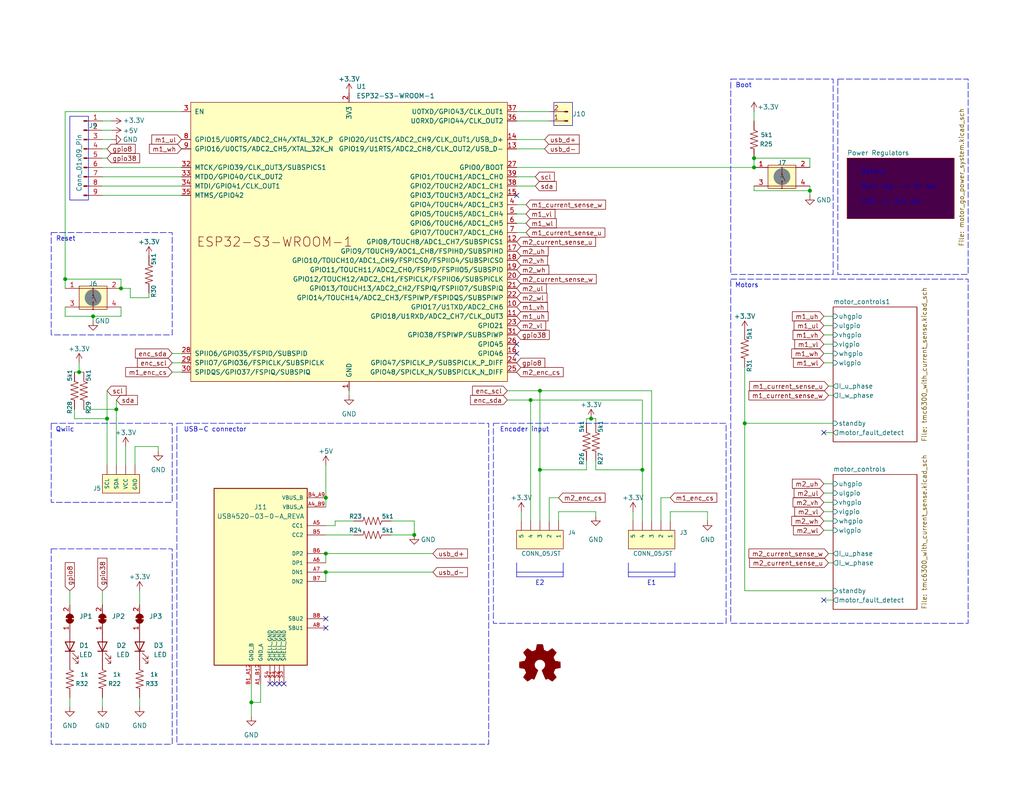
<source format=kicad_sch>
(kicad_sch (version 20230121) (generator eeschema)
  (paper "USLetter")
  (title_block (title "miniMotorGo") (date "2023-05-01") (rev "1.1") (company "12 Robot Project"))
  (lib_symbols
    (symbol "Connector:Conn_01x02_Pin" (pin_names (offset 1.016) hide)
      (property "Reference" "J" (at 0 2.54 0))
      (property "Value" "Conn_01x02_Pin" (at 0 -5.08 0))
      (symbol "Conn_01x02_Pin_1_1"
        (pin passive line (at 5.08 0 180) (length 3.81) (name "Pin_1") (number "1"))
        (pin passive line (at 5.08 -2.54 180) (length 3.81) (name "Pin_2") (number "2"))
      )
    )
    (symbol "Connector:Conn_01x09_Pin" (pin_names (offset 1.016) hide)
      (property "Reference" "J" (at 0 12.7 0))
      (property "Value" "Conn_01x09_Pin" (at 0 -12.7 0))
      (symbol "Conn_01x09_Pin_1_1"
        (pin passive line (at 5.08 10.16 180) (length 3.81) (name "Pin_1") (number "1"))
        (pin passive line (at 5.08 7.62 180) (length 3.81) (name "Pin_2") (number "2"))
        (pin passive line (at 5.08 5.08 180) (length 3.81) (name "Pin_3") (number "3"))
        (pin passive line (at 5.08 2.54 180) (length 3.81) (name "Pin_4") (number "4"))
        (pin passive line (at 5.08 0 180) (length 3.81) (name "Pin_5") (number "5"))
        (pin passive line (at 5.08 -2.54 180) (length 3.81) (name "Pin_6") (number "6"))
        (pin passive line (at 5.08 -5.08 180) (length 3.81) (name "Pin_7") (number "7"))
        (pin passive line (at 5.08 -7.62 180) (length 3.81) (name "Pin_8") (number "8"))
        (pin passive line (at 5.08 -10.16 180) (length 3.81) (name "Pin_9") (number "9"))
      )
    )
    (symbol "Device:LED" (pin_numbers hide) (pin_names (offset 1.016) hide)
      (property "Reference" "D" (at 0 2.54 0))
      (property "Value" "LED" (at 0 -2.54 0))
      (symbol "LED_1_1"
        (pin passive line (at -3.81 0 0) (length 2.54) (name "K") (number "1"))
        (pin passive line (at 3.81 0 180) (length 2.54) (name "A") (number "2"))
      )
    )
    (symbol "Graphic:Logo_Open_Hardware_Small" (in_bom no) (on_board no))
    (symbol "Jumper:SolderJumper_2_Bridged" (pin_names (offset 0) hide)
      (property "Reference" "JP" (at 0 2.032 0))
      (property "Value" "SolderJumper_2_Bridged" (at 0 -2.54 0))
      (symbol "SolderJumper_2_Bridged_1_1"
        (pin passive line (at -3.81 0 0) (length 2.54) (name "A") (number "1"))
        (pin passive line (at 3.81 0 180) (length 2.54) (name "B") (number "2"))
      )
    )
    (symbol "USB4520-03-0-A_REVA:USB4520-03-0-A_REVA" (pin_names (offset 1.016))
      (property "Reference" "J11" (at 0 19.05 0))
      (property "Value" "USB4520-03-0-A_REVA" (at 0 16.51 0))
      (symbol "USB4520-03-0-A_REVA_0_0"
        (pin power_in line (at 0 -29.21 90) (length 5.08) (name "GND_A") (number "A1_B12"))
        (pin power_in line (at 17.78 19.05 180) (length 5.08) (name "VBUS_A") (number "A4_B9"))
        (pin bidirectional line (at 17.78 13.97 180) (length 5.08) (name "CC1") (number "A5"))
        (pin bidirectional line (at 17.78 3.81 180) (length 5.08) (name "DP1") (number "A6"))
        (pin bidirectional line (at 17.78 1.27 180) (length 5.08) (name "DN1") (number "A7"))
        (pin bidirectional line (at 17.78 -13.97 180) (length 5.08) (name "SBU1") (number "A8"))
        (pin power_in line (at -2.54 -29.21 90) (length 5.08) (name "GND_B") (number "B1_A12"))
        (pin power_in line (at 17.78 21.59 180) (length 5.08) (name "VBUS_B") (number "B4_A9"))
        (pin bidirectional line (at 17.78 11.43 180) (length 5.08) (name "CC2") (number "B5"))
        (pin bidirectional line (at 17.78 6.35 180) (length 5.08) (name "DP2") (number "B6"))
        (pin bidirectional line (at 17.78 -1.27 180) (length 5.08) (name "DN2") (number "B7"))
        (pin bidirectional line (at 17.78 -11.43 180) (length 5.08) (name "SBU2") (number "B8"))
        (pin power_in line (at 3.81 -29.21 90) (length 5.08) (name "SHELL_GND") (number "S1"))
        (pin power_in line (at 5.08 -29.21 90) (length 5.08) (name "SHELL_GND") (number "S2"))
        (pin power_in line (at 6.35 -29.21 90) (length 5.08) (name "SHELL_GND") (number "S3"))
        (pin power_in line (at 2.54 -29.21 90) (length 5.08) (name "SHELL_GND") (number "S4"))
      )
    )
    (symbol "espressif_github:ESP32-S3-WROOM-1" (pin_names (offset 1.016))
      (property "Reference" "U" (at -43.18 43.18 0))
      (property "Value" "ESP32-S3-WROOM-1" (at -43.18 40.64 0))
      (symbol "ESP32-S3-WROOM-1_0_0"
        (text "ESP32-S3-WROOM-1" (at -20.32 0 0) (effects (font (size 2.54 2.54))))
        (pin power_in line (at 0 -40.64 90) (length 2.54) (name "GND") (number "1"))
        (pin bidirectional line (at 45.72 -17.78 180) (length 2.54) (name "GPIO17/U1TXD/ADC2_CH6") (number "10"))
        (pin bidirectional line (at 45.72 -20.32 180) (length 2.54) (name "GPIO18/U1RXD/ADC2_CH7/CLK_OUT3") (number "11"))
        (pin bidirectional line (at 45.72 0 180) (length 2.54) (name "GPIO8/TOUCH8/ADC1_CH7/SUBSPICS1") (number "12"))
        (pin bidirectional line (at 45.72 25.4 180) (length 2.54) (name "GPIO19/U1RTS/ADC2_CH8/CLK_OUT2/USB_D-") (number "13"))
        (pin bidirectional line (at 45.72 27.94 180) (length 2.54) (name "GPIO20/U1CTS/ADC2_CH9/CLK_OUT1/USB_D+") (number "14"))
        (pin bidirectional line (at 45.72 12.7 180) (length 2.54) (name "GPIO3/TOUCH3/ADC1_CH2") (number "15"))
        (pin bidirectional line (at 45.72 -30.48 180) (length 2.54) (name "GPIO46") (number "16"))
        (pin bidirectional line (at 45.72 -2.54 180) (length 2.54) (name "GPIO9/TOUCH9/ADC1_CH8/FSPIHD/SUBSPIHD") (number "17"))
        (pin bidirectional line (at 45.72 -5.08 180) (length 2.54) (name "GPIO10/TOUCH10/ADC1_CH9/FSPICS0/FSPIIO4/SUBSPICS0") (number "18"))
        (pin bidirectional line (at 45.72 -7.62 180) (length 2.54) (name "GPIO11/TOUCH11/ADC2_CH0/FSPID/FSPIIO5/SUBSPID") (number "19"))
        (pin power_in line (at 0 40.64 270) (length 2.54) (name "3V3") (number "2"))
        (pin bidirectional line (at 45.72 -10.16 180) (length 2.54) (name "GPIO12/TOUCH12/ADC2_CH1/FSPICLK/FSPIIO6/SUBSPICLK") (number "20"))
        (pin bidirectional line (at 45.72 -12.7 180) (length 2.54) (name "GPIO13/TOUCH13/ADC2_CH2/FSPIQ/FSPIIO7/SUBSPIQ") (number "21"))
        (pin bidirectional line (at 45.72 -15.24 180) (length 2.54) (name "GPIO14/TOUCH14/ADC2_CH3/FSPIWP/FSPIDQS/SUBSPIWP") (number "22"))
        (pin bidirectional line (at 45.72 -22.86 180) (length 2.54) (name "GPIO21") (number "23"))
        (pin bidirectional line (at 45.72 -33.02 180) (length 2.54) (name "GPIO47/SPICLK_P/SUBSPICLK_P_DIFF") (number "24"))
        (pin bidirectional line (at 45.72 -35.56 180) (length 2.54) (name "GPIO48/SPICLK_N/SUBSPICLK_N_DIFF") (number "25"))
        (pin bidirectional line (at 45.72 -27.94 180) (length 2.54) (name "GPIO45") (number "26"))
        (pin bidirectional line (at 45.72 20.32 180) (length 2.54) (name "GPIO0/BOOT") (number "27"))
        (pin bidirectional line (at -45.72 -30.48 0) (length 2.54) (name "SPIIO6/GPIO35/FSPID/SUBSPID") (number "28"))
        (pin bidirectional line (at -45.72 -33.02 0) (length 2.54) (name "SPIIO7/GPIO36/FSPICLK/SUBSPICLK") (number "29"))
        (pin input line (at -45.72 35.56 0) (length 2.54) (name "EN") (number "3"))
        (pin bidirectional line (at -45.72 -35.56 0) (length 2.54) (name "SPIDQS/GPIO37/FSPIQ/SUBSPIQ") (number "30"))
        (pin bidirectional line (at 45.72 -25.4 180) (length 2.54) (name "GPIO38/FSPIWP/SUBSPIWP") (number "31"))
        (pin bidirectional line (at -45.72 20.32 0) (length 2.54) (name "MTCK/GPIO39/CLK_OUT3/SUBSPICS1") (number "32"))
        (pin bidirectional line (at -45.72 17.78 0) (length 2.54) (name "MTDO/GPIO40/CLK_OUT2") (number "33"))
        (pin bidirectional line (at -45.72 15.24 0) (length 2.54) (name "MTDI/GPIO41/CLK_OUT1") (number "34"))
        (pin bidirectional line (at -45.72 12.7 0) (length 2.54) (name "MTMS/GPIO42") (number "35"))
        (pin bidirectional line (at 45.72 33.02 180) (length 2.54) (name "U0RXD/GPIO44/CLK_OUT2") (number "36"))
        (pin bidirectional line (at 45.72 35.56 180) (length 2.54) (name "U0TXD/GPIO43/CLK_OUT1") (number "37"))
        (pin bidirectional line (at 45.72 15.24 180) (length 2.54) (name "GPIO2/TOUCH2/ADC1_CH1") (number "38"))
        (pin bidirectional line (at 45.72 17.78 180) (length 2.54) (name "GPIO1/TOUCH1/ADC1_CH0") (number "39"))
        (pin bidirectional line (at 45.72 10.16 180) (length 2.54) (name "GPIO4/TOUCH4/ADC1_CH3") (number "4"))
        (pin passive line (at 0 -40.64 90) (length 2.54) hide (name "GND") (number "40"))
        (pin passive line (at 0 -40.64 90) (length 2.54) hide (name "GND") (number "41"))
        (pin bidirectional line (at 45.72 7.62 180) (length 2.54) (name "GPIO5/TOUCH5/ADC1_CH4") (number "5"))
        (pin bidirectional line (at 45.72 5.08 180) (length 2.54) (name "GPIO6/TOUCH6/ADC1_CH5") (number "6"))
        (pin bidirectional line (at 45.72 2.54 180) (length 2.54) (name "GPIO7/TOUCH7/ADC1_CH6") (number "7"))
        (pin bidirectional line (at -45.72 27.94 0) (length 2.54) (name "GPIO15/U0RTS/ADC2_CH4/XTAL_32K_P") (number "8"))
        (pin bidirectional line (at -45.72 25.4 0) (length 2.54) (name "GPIO16/U0CTS/ADC2_CH5/XTAL_32K_N") (number "9"))
      )
    )
    (symbol "motorgo_components:PTS526_Tactile_Switch"
      (property "Reference" "J" (at -2.54 4.445 0))
      (symbol "PTS526_Tactile_Switch_1_1"
        (pin input line (at -7.62 2.54 0) (length 3.81) (name "") (number "1"))
        (pin input line (at 7.62 2.54 180) (length 3.81) (name "") (number "2"))
        (pin input line (at -7.62 -2.54 0) (length 3.81) (name "") (number "3"))
        (pin input line (at 7.62 -2.54 180) (length 3.81) (name "") (number "4"))
      )
    )
    (symbol "power:+3.3V" (power) (pin_names (offset 0))
      (property "Value" "+3.3V" (at 0 3.556 0))
      (symbol "+3.3V_1_1"
        (pin power_in line (at 0 0 90) (length 0) hide (name "+3.3V") (number "1"))
      )
    )
    (symbol "power:+5V" (power) (pin_names (offset 0))
      (property "Value" "+5V" (at 0 3.556 0))
      (symbol "+5V_1_1"
        (pin power_in line (at 0 0 90) (length 0) hide (name "+5V") (number "1"))
      )
    )
    (symbol "power:GND" (power) (pin_names (offset 0))
      (property "Value" "GND" (at 0 -3.81 0))
      (symbol "GND_1_1"
        (pin power_in line (at 0 0 270) (length 0) hide (name "GND") (number "1"))
      )
    )
    (symbol "sparkfun_connectors:CONN_05JST" (pin_numbers hide) (pin_names (offset 1.016))
      (property "Reference" "J" (at -5.08 12.7 0))
      (property "Value" "CONN_05JST" (at -5.08 -3.81 0))
      (property "Field4" "PRT-09917" (at 0 16.51 0))
      (symbol "CONN_05JST_1_1"
        (pin passive line (at 2.54 0 180) (length 2.54) (name "1") (number "1"))
        (pin passive line (at 2.54 2.54 180) (length 2.54) (name "2") (number "2"))
        (pin passive line (at 2.54 5.08 180) (length 2.54) (name "3") (number "3"))
        (pin passive line (at 2.54 7.62 180) (length 2.54) (name "4") (number "4"))
        (pin passive line (at 2.54 10.16 180) (length 2.54) (name "5") (number "5"))
      )
    )
    (symbol "sparkfun_connectors:I2C_STANDARDQWIIC" (pin_numbers hide) (pin_names (offset 1.016))
      (property "Reference" "J" (at -5.08 10.16 0))
      (property "Value" "I2C_STANDARDQWIIC" (at -5.08 -3.81 0))
      (property "Field4" "CONN-13729" (at 0 13.97 0))
      (symbol "I2C_STANDARDQWIIC_1_1"
        (pin power_in line (at 2.54 0 180) (length 2.54) (name "GND") (number "1"))
        (pin power_in line (at 2.54 2.54 180) (length 2.54) (name "VCC") (number "2"))
        (pin passive line (at 2.54 5.08 180) (length 2.54) (name "SDA") (number "3"))
        (pin passive line (at 2.54 7.62 180) (length 2.54) (name "SCL") (number "4"))
      )
    )
    (symbol "sparkfun_resistors:RESISTOR0603" (pin_numbers hide) (pin_names (offset 1.016) hide)
      (property "Reference" "R" (at -5.08 1.27 0))
      (property "Value" "RESISTOR0603" (at -5.08 -3.81 0))
      (property "Field4" " " (at 0 5.08 0))
      (symbol "RESISTOR0603_1_1"
        (pin passive line (at -5.08 0 0) (length 2.54) (name "1") (number "1"))
        (pin passive line (at 5.08 0 180) (length 2.54) (name "2") (number "2"))
      )
    )
  )
  (junction (at 144.78 109.22))
  (junction (at 147.32 106.68))
  (junction (at 17.78 76.2))
  (junction (at 88.9 151.13))
  (junction (at 68.58 191.77))
  (junction (at 203.2 115.57))
  (junction (at 33.02 78.74))
  (junction (at 21.59 101.6))
  (junction (at 175.26 128.27))
  (junction (at 220.98 52.07))
  (junction (at 29.21 114.3))
  (junction (at 205.74 45.72))
  (junction (at 161.29 114.3))
  (junction (at 205.74 43.18))
  (junction (at 113.03 146.05))
  (junction (at 25.4 86.36))
  (junction (at 31.75 111.76))
  (junction (at 88.9 135.89))
  (junction (at 147.32 128.27))
  (junction (at 88.9 156.21))
  (no_connect (at 88.9 171.45))
  (no_connect (at 140.97 96.52))
  (no_connect (at 224.79 118.11))
  (no_connect (at 73.66 186.69))
  (no_connect (at 88.9 168.91))
  (no_connect (at 140.97 93.98))
  (no_connect (at 224.79 163.83))
  (no_connect (at 77.47 186.69))
  (no_connect (at 76.2 186.69))
  (no_connect (at 74.93 186.69))
  (no_connect (at 140.97 53.34))
  (wire (pts (xy 46.99 96.52) (xy 49.53 96.52)))
  (wire (pts (xy 27.94 43.18) (xy 29.21 43.18)))
  (wire (pts (xy 35.56 81.28) (xy 40.64 81.28)))
  (wire (pts (xy 21.59 99.06) (xy 21.59 101.6)))
  (polyline (pts (xy 140.97 156.21) (xy 153.67 156.21)))
  (wire (pts (xy 20.32 114.3) (xy 29.21 114.3)))
  (wire (pts (xy 68.58 186.69) (xy 68.58 191.77)))
  (wire (pts (xy 27.94 48.26) (xy 49.53 48.26)))
  (wire (pts (xy 88.9 156.21) (xy 88.9 158.75)))
  (wire (pts (xy 88.9 135.89) (xy 88.9 138.43)))
  (wire (pts (xy 146.05 48.26) (xy 140.97 48.26)))
  (wire (pts (xy 161.29 114.3) (xy 162.56 114.3)))
  (wire (pts (xy 226.06 153.67) (xy 227.33 153.67)))
  (wire (pts (xy 220.98 43.18) (xy 205.74 43.18)))
  (wire (pts (xy 143.51 58.42) (xy 140.97 58.42)))
  (wire (pts (xy 152.4 135.89) (xy 149.86 135.89)))
  (wire (pts (xy 113.03 142.24) (xy 113.03 146.05)))
  (wire (pts (xy 95.25 107.95) (xy 95.25 106.68)))
  (wire (pts (xy 143.51 60.96) (xy 140.97 60.96)))
  (wire (pts (xy 224.79 134.62) (xy 227.33 134.62)))
  (wire (pts (xy 88.9 143.51) (xy 91.44 143.51)))
  (wire (pts (xy 91.44 142.24) (xy 96.52 142.24)))
  (wire (pts (xy 220.98 52.07) (xy 220.98 53.34)))
  (wire (pts (xy 226.06 151.13) (xy 227.33 151.13)))
  (wire (pts (xy 27.94 53.34) (xy 49.53 53.34)))
  (wire (pts (xy 22.86 111.76) (xy 31.75 111.76)))
  (wire (pts (xy 27.94 190.5) (xy 27.94 193.04)))
  (wire (pts (xy 224.79 163.83) (xy 227.33 163.83)))
  (wire (pts (xy 172.72 139.7) (xy 172.72 142.24)))
  (wire (pts (xy 147.32 142.24) (xy 147.32 128.27)))
  (wire (pts (xy 140.97 40.64) (xy 148.59 40.64)))
  (wire (pts (xy 140.97 50.8) (xy 146.05 50.8)))
  (wire (pts (xy 203.2 115.57) (xy 203.2 161.29)))
  (wire (pts (xy 162.56 125.73) (xy 162.56 128.27)))
  (wire (pts (xy 88.9 151.13) (xy 118.11 151.13)))
  (wire (pts (xy 226.06 105.41) (xy 227.33 105.41)))
  (wire (pts (xy 20.32 101.6) (xy 21.59 101.6)))
  (wire (pts (xy 177.8 106.68) (xy 177.8 142.24)))
  (wire (pts (xy 31.75 111.76) (xy 31.75 127)))
  (wire (pts (xy 224.79 86.36) (xy 227.33 86.36)))
  (wire (pts (xy 140.97 45.72) (xy 205.74 45.72)))
  (wire (pts (xy 33.02 83.82) (xy 33.02 86.36)))
  (wire (pts (xy 88.9 127) (xy 88.9 135.89)))
  (wire (pts (xy 36.83 127) (xy 36.83 121.92)))
  (wire (pts (xy 43.18 121.92) (xy 43.18 123.19)))
  (wire (pts (xy 144.78 109.22) (xy 175.26 109.22)))
  (wire (pts (xy 224.79 139.7) (xy 227.33 139.7)))
  (wire (pts (xy 160.02 114.3) (xy 160.02 115.57)))
  (wire (pts (xy 220.98 45.72) (xy 220.98 43.18)))
  (wire (pts (xy 27.94 40.64) (xy 29.21 40.64)))
  (wire (pts (xy 182.88 142.24) (xy 182.88 139.7)))
  (wire (pts (xy 27.94 38.1) (xy 30.48 38.1)))
  (wire (pts (xy 140.97 38.1) (xy 148.59 38.1)))
  (wire (pts (xy 152.4 139.7) (xy 162.56 139.7)))
  (wire (pts (xy 224.79 137.16) (xy 227.33 137.16)))
  (wire (pts (xy 143.51 55.88) (xy 140.97 55.88)))
  (wire (pts (xy 220.98 50.8) (xy 220.98 52.07)))
  (polyline (pts (xy 184.15 153.67) (xy 184.15 157.48)))
  (wire (pts (xy 175.26 128.27) (xy 175.26 142.24)))
  (wire (pts (xy 226.06 107.95) (xy 227.33 107.95)))
  (wire (pts (xy 27.94 161.29) (xy 27.94 165.1)))
  (wire (pts (xy 19.05 190.5) (xy 19.05 193.04)))
  (wire (pts (xy 180.34 135.89) (xy 180.34 142.24)))
  (wire (pts (xy 38.1 161.29) (xy 38.1 165.1)))
  (wire (pts (xy 33.02 78.74) (xy 33.02 76.2)))
  (wire (pts (xy 224.79 91.44) (xy 227.33 91.44)))
  (polyline (pts (xy 171.45 156.21) (xy 184.15 156.21)))
  (wire (pts (xy 160.02 125.73) (xy 160.02 128.27)))
  (wire (pts (xy 17.78 30.48) (xy 17.78 76.2)))
  (wire (pts (xy 140.97 33.02) (xy 149.86 33.02)))
  (wire (pts (xy 34.29 121.92) (xy 34.29 127)))
  (wire (pts (xy 162.56 114.3) (xy 162.56 115.57)))
  (wire (pts (xy 203.2 161.29) (xy 227.33 161.29)))
  (wire (pts (xy 68.58 191.77) (xy 71.12 191.77)))
  (wire (pts (xy 224.79 96.52) (xy 227.33 96.52)))
  (wire (pts (xy 224.79 99.06) (xy 227.33 99.06)))
  (wire (pts (xy 152.4 142.24) (xy 152.4 139.7)))
  (wire (pts (xy 88.9 151.13) (xy 88.9 153.67)))
  (wire (pts (xy 224.79 88.9) (xy 227.33 88.9)))
  (wire (pts (xy 27.94 50.8) (xy 49.53 50.8)))
  (wire (pts (xy 20.32 111.76) (xy 20.32 114.3)))
  (wire (pts (xy 147.32 106.68) (xy 177.8 106.68)))
  (wire (pts (xy 142.24 139.7) (xy 142.24 142.24)))
  (wire (pts (xy 144.78 109.22) (xy 144.78 142.24)))
  (wire (pts (xy 113.03 146.05) (xy 106.68 146.05)))
  (wire (pts (xy 21.59 101.6) (xy 22.86 101.6)))
  (wire (pts (xy 27.94 33.02) (xy 30.48 33.02)))
  (polyline (pts (xy 153.67 153.67) (xy 153.67 157.48)))
  (wire (pts (xy 160.02 114.3) (xy 161.29 114.3)))
  (wire (pts (xy 143.51 63.5) (xy 140.97 63.5)))
  (wire (pts (xy 160.02 128.27) (xy 147.32 128.27)))
  (wire (pts (xy 106.68 142.24) (xy 113.03 142.24)))
  (wire (pts (xy 68.58 191.77) (xy 68.58 195.58)))
  (wire (pts (xy 162.56 128.27) (xy 175.26 128.27)))
  (wire (pts (xy 36.83 121.92) (xy 43.18 121.92)))
  (wire (pts (xy 149.86 135.89) (xy 149.86 142.24)))
  (wire (pts (xy 205.74 45.72) (xy 205.74 43.18)))
  (wire (pts (xy 17.78 83.82) (xy 17.78 86.36)))
  (wire (pts (xy 193.04 139.7) (xy 193.04 142.24)))
  (wire (pts (xy 19.05 161.29) (xy 19.05 165.1)))
  (wire (pts (xy 182.88 135.89) (xy 180.34 135.89)))
  (wire (pts (xy 17.78 76.2) (xy 33.02 76.2)))
  (wire (pts (xy 27.94 45.72) (xy 49.53 45.72)))
  (wire (pts (xy 35.56 81.28) (xy 35.56 78.74)))
  (wire (pts (xy 25.4 86.36) (xy 33.02 86.36)))
  (wire (pts (xy 140.97 30.48) (xy 149.86 30.48)))
  (wire (pts (xy 182.88 139.7) (xy 193.04 139.7)))
  (wire (pts (xy 40.64 80.01) (xy 40.64 81.28)))
  (wire (pts (xy 203.2 100.33) (xy 203.2 115.57)))
  (wire (pts (xy 162.56 139.7) (xy 162.56 140.97)))
  (wire (pts (xy 203.2 115.57) (xy 227.33 115.57)))
  (wire (pts (xy 29.21 106.68) (xy 29.21 114.3)))
  (polyline (pts (xy 171.45 157.48) (xy 184.15 157.48)))
  (wire (pts (xy 31.75 109.22) (xy 31.75 111.76)))
  (wire (pts (xy 46.99 101.6) (xy 49.53 101.6)))
  (wire (pts (xy 175.26 109.22) (xy 175.26 128.27)))
  (wire (pts (xy 25.4 86.36) (xy 25.4 87.63)))
  (wire (pts (xy 88.9 146.05) (xy 96.52 146.05)))
  (wire (pts (xy 224.79 132.08) (xy 227.33 132.08)))
  (wire (pts (xy 29.21 114.3) (xy 29.21 127)))
  (wire (pts (xy 138.43 106.68) (xy 147.32 106.68)))
  (polyline (pts (xy 140.97 157.48) (xy 153.67 157.48)))
  (wire (pts (xy 205.74 52.07) (xy 220.98 52.07)))
  (wire (pts (xy 224.79 142.24) (xy 227.33 142.24)))
  (wire (pts (xy 138.43 109.22) (xy 144.78 109.22)))
  (wire (pts (xy 91.44 143.51) (xy 91.44 142.24)))
  (wire (pts (xy 224.79 118.11) (xy 227.33 118.11)))
  (wire (pts (xy 46.99 99.06) (xy 49.53 99.06)))
  (wire (pts (xy 88.9 156.21) (xy 118.11 156.21)))
  (wire (pts (xy 147.32 128.27) (xy 147.32 106.68)))
  (wire (pts (xy 38.1 190.5) (xy 38.1 193.04)))
  (polyline (pts (xy 140.97 153.67) (xy 140.97 157.48)))
  (wire (pts (xy 49.53 30.48) (xy 17.78 30.48)))
  (wire (pts (xy 35.56 78.74) (xy 33.02 78.74)))
  (wire (pts (xy 205.74 30.48) (xy 205.74 33.02)))
  (polyline (pts (xy 171.45 153.67) (xy 171.45 157.48)))
  (wire (pts (xy 224.79 144.78) (xy 227.33 144.78)))
  (wire (pts (xy 205.74 50.8) (xy 205.74 52.07)))
  (wire (pts (xy 17.78 76.2) (xy 17.78 78.74)))
  (wire (pts (xy 17.78 86.36) (xy 25.4 86.36)))
  (wire (pts (xy 71.12 186.69) (xy 71.12 191.77)))
  (wire (pts (xy 224.79 93.98) (xy 227.33 93.98)))
  (wire (pts (xy 27.94 35.56) (xy 30.48 35.56)))
  (rectangle (start 19.05 31.75) (end 24.13 54.61))
  (rectangle (start 13.97 63.5) (end 46.99 91.44) (stroke (width 0) (type dash)))
  (rectangle (start 13.97 149.86) (end 46.99 203.2) (stroke (width 0) (type dash)))
  (rectangle (start 151.13 27.94) (end 156.21 34.29) (fill (type color) (color 255 255 194 1)))
  (rectangle (start 199.39 76.2) (end 264.16 170.18) (stroke (width 0) (type dash)))
  (rectangle (start 48.26 115.57) (end 133.35 203.2) (stroke (width 0) (type dash)))
  (rectangle (start 13.97 115.57) (end 46.99 137.16) (stroke (width 0) (type dash)))
  (rectangle (start 134.62 115.57) (end 198.12 170.18) (stroke (width 0) (type dash)))
  (rectangle (start 228.6 21.59) (end 264.16 74.93) (stroke (width 0) (type dash)))
  (rectangle (start 199.39 21.59) (end 227.33 74.93) (stroke (width 0) (type dash)))
  (text "USB-C connector\n" (at 67.31 118.11 0) (effects (font (size 1.27 1.27)) (justify right bottom)))
  (text "Motors" (at 207.01 78.74 0) (effects (font (size 1.27 1.27)) (justify right bottom)))
  (text "Boot" (at 200.66 24.13 0) (effects (font (size 1.27 1.27)) (justify left bottom)))
  (text "E2" (at 148.59 160.02 0) (effects (font (size 1.27 1.27)) (justify right bottom)))
  (text "Qwiic" (at 20.32 118.11 0) (effects (font (size 1.27 1.27)) (justify right bottom)))
  (text "Encoder input" (at 149.86 118.11 0) (effects (font (size 1.27 1.27)) (justify right bottom)))
  (text "E1" (at 179.07 160.02 0) (effects (font (size 1.27 1.27)) (justify right bottom)))
  (text "Reset" (at 15.24 66.04 0) (effects (font (size 1.27 1.27)) (justify left bottom)))
  (text "Battery\n\nBuck reg. -> 5v rail\n\nLDO -> 3v3 rail" (at 234.95 55.88 0) (effects (font (size 1.27 1.27)) (justify left bottom)))
  (global_label "m1_vh" (shape input) (at 140.97 83.82 0) (property "Intersheetrefs" "${INTERSHEET_REFS}" (effects hide)))
  (global_label "m2_enc_cs" (shape input) (at 140.97 101.6 0) (property "Intersheetrefs" "${INTERSHEET_REFS}" (effects hide)))
  (global_label "m2_vh" (shape input) (at 140.97 71.12 0) (property "Intersheetrefs" "${INTERSHEET_REFS}" (effects hide)))
  (global_label "enc_sda" (shape input) (at 46.99 96.52 180) (property "Intersheetrefs" "${INTERSHEET_REFS}" (effects hide)))
  (global_label "m2_wl" (shape input) (at 140.97 81.28 0) (property "Intersheetrefs" "${INTERSHEET_REFS}" (effects hide)))
  (global_label "m1_uh" (shape input) (at 224.79 86.36 180) (property "Intersheetrefs" "${INTERSHEET_REFS}" (effects hide)))
  (global_label "gpio38" (shape input) (at 140.97 91.44 0) (property "Intersheetrefs" "${INTERSHEET_REFS}" (effects hide)))
  (global_label "usb_d+" (shape input) (at 148.59 38.1 0) (property "Intersheetrefs" "${INTERSHEET_REFS}" (effects hide)))
  (global_label "m2_wl" (shape input) (at 224.79 144.78 180) (property "Intersheetrefs" "${INTERSHEET_REFS}" (effects hide)))
  (global_label "m2_current_sense_w" (shape input) (at 140.97 76.2 0) (property "Intersheetrefs" "${INTERSHEET_REFS}" (effects hide)))
  (global_label "m2_enc_cs" (shape input) (at 152.4 135.89 0) (property "Intersheetrefs" "${INTERSHEET_REFS}" (effects hide)))
  (global_label "gpio8" (shape input) (at 29.21 40.64 0) (property "Intersheetrefs" "${INTERSHEET_REFS}" (effects hide)))
  (global_label "m2_wh" (shape input) (at 224.79 142.24 180) (property "Intersheetrefs" "${INTERSHEET_REFS}" (effects hide)))
  (global_label "m2_ul" (shape input) (at 224.79 134.62 180) (property "Intersheetrefs" "${INTERSHEET_REFS}" (effects hide)))
  (global_label "m2_uh" (shape input) (at 224.79 132.08 180) (property "Intersheetrefs" "${INTERSHEET_REFS}" (effects hide)))
  (global_label "m1_ul" (shape input) (at 49.53 38.1 180) (property "Intersheetrefs" "${INTERSHEET_REFS}" (effects hide)))
  (global_label "m1_uh" (shape input) (at 140.97 86.36 0) (property "Intersheetrefs" "${INTERSHEET_REFS}" (effects hide)))
  (global_label "usb_d-" (shape input) (at 148.59 40.64 0) (property "Intersheetrefs" "${INTERSHEET_REFS}" (effects hide)))
  (global_label "m1_wl" (shape input) (at 143.51 60.96 0) (property "Intersheetrefs" "${INTERSHEET_REFS}" (effects hide)))
  (global_label "m1_current_sense_u" (shape input) (at 143.51 63.5 0) (property "Intersheetrefs" "${INTERSHEET_REFS}" (effects hide)))
  (global_label "m1_wh" (shape input) (at 49.53 40.64 180) (property "Intersheetrefs" "${INTERSHEET_REFS}" (effects hide)))
  (global_label "gpio8" (shape input) (at 19.05 161.29 90) (property "Intersheetrefs" "${INTERSHEET_REFS}" (effects hide)))
  (global_label "enc_scl" (shape input) (at 46.99 99.06 180) (property "Intersheetrefs" "${INTERSHEET_REFS}" (effects hide)))
  (global_label "m1_wl" (shape input) (at 224.79 99.06 180) (property "Intersheetrefs" "${INTERSHEET_REFS}" (effects hide)))
  (global_label "scl" (shape input) (at 29.21 106.68 0) (property "Intersheetrefs" "${INTERSHEET_REFS}" (effects hide)))
  (global_label "m2_current_sense_w" (shape input) (at 226.06 151.13 180) (property "Intersheetrefs" "${INTERSHEET_REFS}" (effects hide)))
  (global_label "m2_current_sense_u" (shape input) (at 226.06 153.67 180) (property "Intersheetrefs" "${INTERSHEET_REFS}" (effects hide)))
  (global_label "enc_scl" (shape input) (at 138.43 106.68 180) (property "Intersheetrefs" "${INTERSHEET_REFS}" (effects hide)))
  (global_label "sda" (shape input) (at 31.75 109.22 0) (property "Intersheetrefs" "${INTERSHEET_REFS}" (effects hide)))
  (global_label "m1_vl" (shape input) (at 224.79 93.98 180) (property "Intersheetrefs" "${INTERSHEET_REFS}" (effects hide)))
  (global_label "m2_current_sense_u" (shape input) (at 140.97 66.04 0) (property "Intersheetrefs" "${INTERSHEET_REFS}" (effects hide)))
  (global_label "m1_current_sense_w" (shape input) (at 143.51 55.88 0) (property "Intersheetrefs" "${INTERSHEET_REFS}" (effects hide)))
  (global_label "m2_uh" (shape input) (at 140.97 68.58 0) (property "Intersheetrefs" "${INTERSHEET_REFS}" (effects hide)))
  (global_label "m1_vh" (shape input) (at 224.79 91.44 180) (property "Intersheetrefs" "${INTERSHEET_REFS}" (effects hide)))
  (global_label "gpio38" (shape input) (at 27.94 161.29 90) (property "Intersheetrefs" "${INTERSHEET_REFS}" (effects hide)))
  (global_label "m2_wh" (shape input) (at 140.97 73.66 0) (property "Intersheetrefs" "${INTERSHEET_REFS}" (effects hide)))
  (global_label "usb_d-" (shape input) (at 118.11 156.21 0) (property "Intersheetrefs" "${INTERSHEET_REFS}" (effects hide)))
  (global_label "sda" (shape input) (at 146.05 50.8 0) (property "Intersheetrefs" "${INTERSHEET_REFS}" (effects hide)))
  (global_label "m2_vl" (shape input) (at 140.97 88.9 0) (property "Intersheetrefs" "${INTERSHEET_REFS}" (effects hide)))
  (global_label "scl" (shape input) (at 146.05 48.26 0) (property "Intersheetrefs" "${INTERSHEET_REFS}" (effects hide)))
  (global_label "m1_current_sense_w" (shape input) (at 226.06 107.95 180) (property "Intersheetrefs" "${INTERSHEET_REFS}" (effects hide)))
  (global_label "m1_current_sense_u" (shape input) (at 226.06 105.41 180) (property "Intersheetrefs" "${INTERSHEET_REFS}" (effects hide)))
  (global_label "m1_enc_cs" (shape input) (at 182.88 135.89 0) (property "Intersheetrefs" "${INTERSHEET_REFS}" (effects hide)))
  (global_label "m1_enc_cs" (shape input) (at 46.99 101.6 180) (property "Intersheetrefs" "${INTERSHEET_REFS}" (effects hide)))
  (global_label "m1_wh" (shape input) (at 224.79 96.52 180) (property "Intersheetrefs" "${INTERSHEET_REFS}" (effects hide)))
  (global_label "gpio8" (shape input) (at 140.97 99.06 0) (property "Intersheetrefs" "${INTERSHEET_REFS}" (effects hide)))
  (global_label "usb_d+" (shape input) (at 118.11 151.13 0) (property "Intersheetrefs" "${INTERSHEET_REFS}" (effects hide)))
  (global_label "m2_vh" (shape input) (at 224.79 137.16 180) (property "Intersheetrefs" "${INTERSHEET_REFS}" (effects hide)))
  (global_label "m2_vl" (shape input) (at 224.79 139.7 180) (property "Intersheetrefs" "${INTERSHEET_REFS}" (effects hide)))
  (global_label "m1_vl" (shape input) (at 143.51 58.42 0) (property "Intersheetrefs" "${INTERSHEET_REFS}" (effects hide)))
  (global_label "gpio38" (shape input) (at 29.21 43.18 0) (property "Intersheetrefs" "${INTERSHEET_REFS}" (effects hide)))
  (global_label "enc_sda" (shape input) (at 138.43 109.22 180) (property "Intersheetrefs" "${INTERSHEET_REFS}" (effects hide)))
  (global_label "m1_ul" (shape input) (at 224.79 88.9 180) (property "Intersheetrefs" "${INTERSHEET_REFS}" (effects hide)))
  (global_label "m2_ul" (shape input) (at 140.97 78.74 0) (property "Intersheetrefs" "${INTERSHEET_REFS}" (effects hide)))
  (symbol (lib_id "sparkfun_resistors:RESISTOR0603") (at 101.6 146.05 180) (unit 1)
    (property "Reference" "R24" (at 95.25 144.78 0) (effects (font (size 1.143 1.143)) (justify right)))
    (property "Value" "5k1" (at 104.14 144.78 0) (effects (font (size 1.143 1.143)) (justify right)))
    (property "Footprint" "Resistor_SMD:R_0402_1005Metric_Pad0.72x0.64mm_HandSolder" (effects hide))
    (property "Field4" " " (at 104.775 143.51 90) (effects (font (size 1.524 1.524)) (justify right)))
  )
  (symbol (lib_id "power:GND") (at 30.48 38.1 90) (unit 1)
    (property "Reference" "#PWR053" (effects hide))
    (property "Value" "GND" (at 35.56 38.1 90))
  )
  (symbol (lib_id "sparkfun_connectors:CONN_05JST") (at 182.88 144.78 90) (unit 1)
    (property "Reference" "J3" (at 185.42 145.415 90) (effects (font (size 1.143 1.143)) (justify right)))
    (property "Value" "CONN_05JST" (at 172.72 151.13 90) (effects (font (size 1.143 1.143)) (justify right)))
    (property "Footprint" "aa_sparkfun_connectors:JST-5-PTH" (effects hide))
    (property "Field4" "PRT-09917" (effects hide))
  )
  (symbol (lib_id "power:+3.3V") (at 95.25 25.4 0) (unit 1)
    (property "Reference" "#PWR024" (effects hide))
    (property "Value" "+3.3V" (at 95.25 21.59 0))
  )
  (symbol (lib_id "sparkfun_resistors:RESISTOR0603") (at 203.2 95.25 270) (unit 1)
    (property "Reference" "R31" (at 204.47 101.6 0) (effects (font (size 1.143 1.143)) (justify right)))
    (property "Value" "5k1" (at 204.47 92.71 0) (effects (font (size 1.143 1.143)) (justify right)))
    (property "Footprint" "Resistor_SMD:R_0402_1005Metric_Pad0.72x0.64mm_HandSolder" (effects hide))
    (property "Field4" " " (at 200.66 92.075 90) (effects (font (size 1.524 1.524)) (justify right)))
  )
  (symbol (lib_id "power:+3.3V") (at 205.74 30.48 0) (unit 1)
    (property "Reference" "#PWR043" (effects hide))
    (property "Value" "+3.3V" (at 209.55 29.21 0))
  )
  (symbol (lib_id "power:+3.3V") (at 40.64 69.85 0) (unit 1)
    (property "Reference" "#PWR046" (effects hide))
    (property "Value" "+3.3V" (at 40.64 66.04 0))
  )
  (symbol (lib_id "sparkfun_resistors:RESISTOR0603") (at 205.74 38.1 270) (unit 1)
    (property "Reference" "R25" (at 210.82 39.37 90) (effects (font (size 1.143 1.143)) (justify right)))
    (property "Value" "5k1" (at 210.82 36.83 90) (effects (font (size 1.143 1.143)) (justify right)))
    (property "Footprint" "Resistor_SMD:R_0402_1005Metric_Pad0.72x0.64mm_HandSolder" (effects hide))
    (property "Field4" " " (at 203.2 34.925 90) (effects (font (size 1.524 1.524)) (justify right)))
  )
  (symbol (lib_id "sparkfun_resistors:RESISTOR0603") (at 40.64 74.93 270) (unit 1)
    (property "Reference" "R30" (at 41.91 81.28 0) (effects (font (size 1.143 1.143)) (justify right)))
    (property "Value" "5k1" (at 41.91 72.39 0) (effects (font (size 1.143 1.143)) (justify right)))
    (property "Footprint" "Resistor_SMD:R_0402_1005Metric_Pad0.72x0.64mm_HandSolder" (effects hide))
    (property "Field4" " " (at 38.1 71.755 90) (effects (font (size 1.524 1.524)) (justify right)))
  )
  (symbol (lib_id "USB4520-03-0-A_REVA:USB4520-03-0-A_REVA") (at 71.12 157.48 0) (unit 1)
    (property "Reference" "J11" (at 71.12 138.43 0))
    (property "Value" "USB4520-03-0-A_REVA" (at 71.12 140.97 0))
    (property "Footprint" "aaa_motorgo_components:GCT_USB4520-03-0-A_REVA" (effects hide))
    (property "MAXIMUM_PACKAGE_HEIGHT" "2.46mm" (effects hide))
  )
  (symbol (lib_id "power:+3.3V") (at 161.29 114.3 0) (unit 1)
    (property "Reference" "#PWR044" (effects hide))
    (property "Value" "+3.3V" (at 161.29 110.49 0))
  )
  (symbol (lib_id "power:+3.3V") (at 21.59 99.06 0) (unit 1)
    (property "Reference" "#PWR045" (effects hide))
    (property "Value" "+3.3V" (at 21.59 95.25 0))
  )
  (symbol (lib_id "power:GND") (at 43.18 123.19 0) (unit 1)
    (property "Reference" "#PWR023" (effects hide))
    (property "Value" "GND" (at 43.18 128.27 0))
  )
  (symbol (lib_id "power:+3.3V") (at 38.1 161.29 0) (unit 1)
    (property "Reference" "#PWR051" (effects hide))
    (property "Value" "+3.3V" (at 38.1 157.48 0))
  )
  (symbol (lib_id "power:GND") (at 25.4 87.63 0) (unit 1)
    (property "Reference" "#PWR030" (effects hide))
    (property "Value" "GND" (at 27.94 87.63 0))
  )
  (symbol (lib_id "sparkfun_resistors:RESISTOR0603") (at 19.05 185.42 270) (unit 1)
    (property "Reference" "R32" (at 24.13 186.69 90) (effects (font (size 1.143 1.143)) (justify right)))
    (property "Value" "1k" (at 24.13 184.15 90) (effects (font (size 1.143 1.143)) (justify right)))
    (property "Footprint" "Resistor_SMD:R_0402_1005Metric_Pad0.72x0.64mm_HandSolder" (effects hide))
    (property "Field4" " " (at 16.51 182.245 90) (effects (font (size 1.524 1.524)) (justify right)))
  )
  (symbol (lib_id "espressif_github:ESP32-S3-WROOM-1") (at 95.25 66.04 0) (unit 1)
    (property "Reference" "U1" (at 97.2059 23.622 0) (effects (justify left)))
    (property "Value" "ESP32-S3-WROOM-1" (at 97.2059 26.162 0) (effects (justify left)))
    (property "Footprint" "aaa_espressif_github:ESP32-S3-WROOM-1" (effects hide))
    (property "Datasheet" "https://www.espressif.com/sites/default/files/documentation/esp32-s3-wroom-1_wroom-1u_datasheet_en.pdf" (effects hide))
  )
  (symbol (lib_id "sparkfun_connectors:I2C_STANDARDQWIIC") (at 36.83 129.54 90) (unit 1)
    (property "Reference" "J5" (at 25.4 133.35 90) (effects (font (size 1.143 1.143)) (justify right)))
    (property "Value" "I2C_STANDARDQWIIC" (effects hide))
    (property "Footprint" "aa_sparkfun_connectors:1X04_1MM_RA" (effects hide))
    (property "Field4" "CONN-13729" (effects hide))
  )
  (symbol (lib_id "power:+3.3V") (at 172.72 139.7 0) (unit 1)
    (property "Reference" "#PWR018" (effects hide))
    (property "Value" "+3.3V" (at 172.72 135.89 0))
  )
  (symbol (lib_id "Graphic:Logo_Open_Hardware_Small") (at 147.32 181.61 0) (unit 1) (in_bom no) (on_board no)
    (property "Reference" "#SYM1" (effects hide))
    (property "Value" "Logo_Open_Hardware_Small" (effects hide))
    (property "Footprint" "Symbol:OSHW-Logo2_7.3x6mm_SilkScreen" (effects hide))
    (property "Sim.Enable" "0" (effects hide))
  )
  (symbol (lib_id "sparkfun_resistors:RESISTOR0603") (at 22.86 106.68 270) (unit 1)
    (property "Reference" "R29" (at 24.13 113.03 0) (effects (font (size 1.143 1.143)) (justify right)))
    (property "Value" "5k1" (at 24.13 104.14 0) (effects (font (size 1.143 1.143)) (justify right)))
    (property "Footprint" "Resistor_SMD:R_0402_1005Metric_Pad0.72x0.64mm_HandSolder" (effects hide))
    (property "Field4" " " (at 20.32 103.505 90) (effects (font (size 1.524 1.524)) (justify right)))
  )
  (symbol (lib_id "power:+3.3V") (at 203.2 90.17 0) (unit 1)
    (property "Reference" "#PWR047" (effects hide))
    (property "Value" "+3.3V" (at 203.2 86.36 0))
  )
  (symbol (lib_id "sparkfun_resistors:RESISTOR0603") (at 38.1 185.42 270) (unit 1)
    (property "Reference" "R33" (at 43.18 186.69 90) (effects (font (size 1.143 1.143)) (justify right)))
    (property "Value" "1k" (at 43.18 184.15 90) (effects (font (size 1.143 1.143)) (justify right)))
    (property "Footprint" "Resistor_SMD:R_0402_1005Metric_Pad0.72x0.64mm_HandSolder" (effects hide))
    (property "Field4" " " (at 35.56 182.245 90) (effects (font (size 1.524 1.524)) (justify right)))
  )
  (symbol (lib_id "power:GND") (at 113.03 146.05 0) (unit 1)
    (property "Reference" "#PWR041" (effects hide))
    (property "Value" "GND" (at 116.84 147.32 0))
  )
  (symbol (lib_id "power:+3.3V") (at 142.24 139.7 0) (unit 1)
    (property "Reference" "#PWR017" (effects hide))
    (property "Value" "+3.3V" (at 142.24 135.89 0))
  )
  (symbol (lib_id "power:GND") (at 27.94 193.04 0) (unit 1)
    (property "Reference" "#PWR048" (effects hide))
    (property "Value" "GND" (at 27.94 198.12 0))
  )
  (symbol (lib_id "power:GND") (at 19.05 193.04 0) (unit 1)
    (property "Reference" "#PWR049" (effects hide))
    (property "Value" "GND" (at 19.05 198.12 0))
  )
  (symbol (lib_id "Device:LED") (at 38.1 176.53 90) (unit 1)
    (property "Reference" "D3" (at 41.91 176.2125 90) (effects (justify right)))
    (property "Value" "LED" (at 41.91 178.7525 90) (effects (justify right)))
    (property "Footprint" "LED_SMD:LED_0805_2012Metric_Pad1.15x1.40mm_HandSolder" (effects hide))
  )
  (symbol (lib_id "Device:LED") (at 19.05 176.53 90) (unit 1)
    (property "Reference" "D1" (at 21.59 176.2125 90) (effects (justify right)))
    (property "Value" "LED" (at 21.59 178.7525 90) (effects (justify right)))
    (property "Footprint" "LED_SMD:LED_0805_2012Metric_Pad1.15x1.40mm_HandSolder" (effects hide))
  )
  (symbol (lib_id "power:GND") (at 95.25 107.95 0) (unit 1)
    (property "Reference" "#PWR019" (effects hide))
    (property "Value" "GND" (at 95.25 113.03 0))
  )
  (symbol (lib_id "sparkfun_resistors:RESISTOR0603") (at 160.02 120.65 270) (unit 1)
    (property "Reference" "R26" (at 158.75 127 0) (effects (font (size 1.143 1.143)) (justify right)))
    (property "Value" "5k1" (at 158.75 118.11 0) (effects (font (size 1.143 1.143)) (justify right)))
    (property "Footprint" "Resistor_SMD:R_0402_1005Metric_Pad0.72x0.64mm_HandSolder" (effects hide))
    (property "Field4" " " (at 157.48 117.475 90) (effects (font (size 1.524 1.524)) (justify right)))
  )
  (symbol (lib_id "power:GND") (at 38.1 193.04 0) (unit 1)
    (property "Reference" "#PWR050" (effects hide))
    (property "Value" "GND" (at 38.1 198.12 0))
  )
  (symbol (lib_id "sparkfun_resistors:RESISTOR0603") (at 162.56 120.65 270) (unit 1)
    (property "Reference" "R27" (at 163.83 127 0) (effects (font (size 1.143 1.143)) (justify right)))
    (property "Value" "5k1" (at 163.83 118.11 0) (effects (font (size 1.143 1.143)) (justify right)))
    (property "Footprint" "Resistor_SMD:R_0402_1005Metric_Pad0.72x0.64mm_HandSolder" (effects hide))
    (property "Field4" " " (at 160.02 117.475 90) (effects (font (size 1.524 1.524)) (justify right)))
  )
  (symbol (lib_id "power:GND") (at 162.56 140.97 0) (unit 1)
    (property "Reference" "#PWR020" (effects hide))
    (property "Value" "GND" (at 162.56 147.32 0))
  )
  (symbol (lib_id "Device:LED") (at 27.94 176.53 90) (unit 1)
    (property "Reference" "D2" (at 31.75 176.2125 90) (effects (justify right)))
    (property "Value" "LED" (at 31.75 178.7525 90) (effects (justify right)))
    (property "Footprint" "LED_SMD:LED_0805_2012Metric_Pad1.15x1.40mm_HandSolder" (effects hide))
  )
  (symbol (lib_id "power:+5V") (at 30.48 35.56 270) (unit 1)
    (property "Reference" "#PWR054" (effects hide))
    (property "Value" "+5V" (at 33.5361 35.6773 90) (effects (justify left)))
  )
  (symbol (lib_id "motorgo_components:PTS526_Tactile_Switch") (at 213.36 48.26 0) (unit 1)
    (property "Reference" "J7" (at 213.36 44.45 0))
    (property "Value" "~" (at 213.36 48.26 0))
    (property "Footprint" "aaa_SamacSys_Parts:PTS526SM08SMTR2LFS" (effects hide))
  )
  (symbol (lib_id "power:GND") (at 193.04 142.24 0) (unit 1)
    (property "Reference" "#PWR021" (effects hide))
    (property "Value" "GND" (at 193.04 147.32 0))
  )
  (symbol (lib_id "Connector:Conn_01x02_Pin") (at 154.94 33.02 180) (unit 1)
    (property "Reference" "J10" (at 156.21 31.115 0) (effects (justify right)))
    (property "Value" "Conn_01x02_Pin" (effects hide))
    (property "Footprint" "aa_sparkfun_connectors:1X02_LOCK" (effects hide))
  )
  (symbol (lib_id "Jumper:SolderJumper_2_Bridged") (at 38.1 168.91 90) (unit 1)
    (property "Reference" "JP3" (at 40.64 168.275 90) (effects (justify right)))
    (property "Value" "SolderJumper_2_Bridged" (effects hide))
    (property "Footprint" "Jumper:SolderJumper-2_P1.3mm_Bridged_Pad1.0x1.5mm" (effects hide))
  )
  (symbol (lib_id "power:GND") (at 68.58 195.58 0) (unit 1)
    (property "Reference" "#PWR039" (effects hide))
    (property "Value" "GND" (at 68.58 200.66 0))
  )
  (symbol (lib_id "Connector:Conn_01x09_Pin") (at 22.86 43.18 0) (unit 1)
    (property "Reference" "J9" (at 25.4 34.29 0))
    (property "Value" "Conn_01x09_Pin" (at 21.59 44.45 90))
    (property "Footprint" "aa_sparkfun_connectors:1X09_LOCK" (effects hide))
  )
  (symbol (lib_id "Jumper:SolderJumper_2_Bridged") (at 19.05 168.91 90) (unit 1)
    (property "Reference" "JP1" (at 21.59 168.275 90) (effects (justify right)))
    (property "Value" "SolderJumper_2_Bridged" (effects hide))
    (property "Footprint" "Jumper:SolderJumper-2_P1.3mm_Bridged_Pad1.0x1.5mm" (effects hide))
  )
  (symbol (lib_id "Jumper:SolderJumper_2_Bridged") (at 27.94 168.91 90) (unit 1)
    (property "Reference" "JP2" (at 30.48 168.275 90) (effects (justify right)))
    (property "Value" "SolderJumper_2_Bridged" (effects hide))
    (property "Footprint" "Jumper:SolderJumper-2_P1.3mm_Bridged_Pad1.0x1.5mm" (effects hide))
  )
  (symbol (lib_id "sparkfun_resistors:RESISTOR0603") (at 101.6 142.24 180) (unit 1)
    (property "Reference" "R23" (at 95.25 140.97 0) (effects (font (size 1.143 1.143)) (justify right)))
    (property "Value" "5k1" (at 104.14 140.97 0) (effects (font (size 1.143 1.143)) (justify right)))
    (property "Footprint" "Resistor_SMD:R_0402_1005Metric_Pad0.72x0.64mm_HandSolder" (effects hide))
    (property "Field4" " " (at 104.775 139.7 90) (effects (font (size 1.524 1.524)) (justify right)))
  )
  (symbol (lib_id "power:+3.3V") (at 34.29 121.92 0) (unit 1)
    (property "Reference" "#PWR022" (effects hide))
    (property "Value" "+3.3V" (at 34.29 118.11 0))
  )
  (symbol (lib_id "sparkfun_resistors:RESISTOR0603") (at 20.32 106.68 270) (unit 1)
    (property "Reference" "R28" (at 19.05 113.03 0) (effects (font (size 1.143 1.143)) (justify right)))
    (property "Value" "5k1" (at 19.05 104.14 0) (effects (font (size 1.143 1.143)) (justify right)))
    (property "Footprint" "Resistor_SMD:R_0402_1005Metric_Pad0.72x0.64mm_HandSolder" (effects hide))
    (property "Field4" " " (at 17.78 103.505 90) (effects (font (size 1.524 1.524)) (justify right)))
  )
  (symbol (lib_id "Graphic:Logo_Open_Hardware_Small") (at 147.32 181.61 0) (unit 1) (in_bom no) (on_board no)
    (property "Reference" "#SYM2" (effects hide))
    (property "Value" "Logo_Open_Hardware_Small" (effects hide))
    (property "Footprint" "Symbol:KiCad-Logo2_5mm_SilkScreen" (effects hide))
    (property "Sim.Enable" "0" (effects hide))
  )
  (symbol (lib_id "motorgo_components:PTS526_Tactile_Switch") (at 25.4 81.28 0) (unit 1)
    (property "Reference" "J6" (at 25.4 77.47 0))
    (property "Value" "~" (at 25.4 81.28 0))
    (property "Footprint" "aaa_SamacSys_Parts:PTS526SM08SMTR2LFS" (effects hide))
  )
  (symbol (lib_id "power:+5V") (at 88.9 127 0) (unit 1)
    (property "Reference" "#PWR038" (effects hide))
    (property "Value" "+5V" (at 88.9 123.19 0))
  )
  (symbol (lib_id "power:GND") (at 220.98 53.34 0) (unit 1)
    (property "Reference" "#PWR042" (effects hide))
    (property "Value" "GND" (at 224.79 54.61 0))
  )
  (symbol (lib_id "sparkfun_resistors:RESISTOR0603") (at 27.94 185.42 270) (unit 1)
    (property "Reference" "R22" (at 33.02 186.69 90) (effects (font (size 1.143 1.143)) (justify right)))
    (property "Value" "1k" (at 33.02 184.15 90) (effects (font (size 1.143 1.143)) (justify right)))
    (property "Footprint" "Resistor_SMD:R_0402_1005Metric_Pad0.72x0.64mm_HandSolder" (effects hide))
    (property "Field4" " " (at 25.4 182.245 90) (effects (font (size 1.524 1.524)) (justify right)))
  )
  (symbol (lib_id "power:+3.3V") (at 30.48 33.02 270) (unit 1)
    (property "Reference" "#PWR052" (effects hide))
    (property "Value" "+3.3V" (at 33.5361 32.892 90) (effects (justify left)))
  )
  (symbol (lib_id "sparkfun_connectors:CONN_05JST") (at 152.4 144.78 90) (unit 1)
    (property "Reference" "J4" (at 154.94 145.415 90) (effects (font (size 1.143 1.143)) (justify right)))
    (property "Value" "CONN_05JST" (at 142.24 151.13 90) (effects (font (size 1.143 1.143)) (justify right)))
    (property "Footprint" "aa_sparkfun_connectors:JST-5-PTH" (effects hide))
    (property "Field4" "PRT-09917" (effects hide))
  )
  (sheet (at 227.33 83.82) (size 22.86 36.83) (stroke (width 0.1524))
    (property "Sheetname" "motor_controls1" (at 227.33 83.1084 0) (effects (justify left bottom)))
    (property "Sheetfile" "tmc6300_with_current_sense.kicad_sch" (at 251.46 120.65 90) (effects (justify left top)))
    (pin "standby" input (at 227.33 115.57 180))
    (pin "I_w_phase" output (at 227.33 107.95 180))
    (pin "motor_fault_detect" output (at 227.33 118.11 180))
    (pin "I_u_phase" output (at 227.33 105.41 180))
    (pin "uhgpio" input (at 227.33 86.36 180))
    (pin "vhgpio" input (at 227.33 91.44 180))
    (pin "vlgpio" input (at 227.33 93.98 180))
    (pin "ulgpio" input (at 227.33 88.9 180))
    (pin "wlgpio" input (at 227.33 99.06 180))
    (pin "whgpio" input (at 227.33 96.52 180))
  )
  (sheet (at 227.33 129.54) (size 22.86 36.83) (stroke (width 0.1524))
    (property "Sheetname" "motor_controls" (at 227.33 128.8284 0) (effects (justify left bottom)))
    (property "Sheetfile" "tmc6300_with_current_sense.kicad_sch" (at 251.46 166.37 90) (effects (justify left top)))
    (pin "standby" input (at 227.33 161.29 180))
    (pin "I_w_phase" output (at 227.33 153.67 180))
    (pin "motor_fault_detect" output (at 227.33 163.83 180))
    (pin "I_u_phase" output (at 227.33 151.13 180))
    (pin "uhgpio" input (at 227.33 132.08 180))
    (pin "vhgpio" input (at 227.33 137.16 180))
    (pin "vlgpio" input (at 227.33 139.7 180))
    (pin "ulgpio" input (at 227.33 134.62 180))
    (pin "wlgpio" input (at 227.33 144.78 180))
    (pin "whgpio" input (at 227.33 142.24 180))
  )
  (sheet (at 231.14 43.18) (size 29.21 16.51) (stroke (width 0.1524)) (fill (color 72 0 72 1.0000))
    (property "Sheetname" "Power Regulators" (at 231.14 42.4684 0) (effects (justify left bottom)))
    (property "Sheetfile" "motor_go_power_system.kicad_sch" (at 261.62 67.31 90) (effects (justify left top)))
  )
)
</source>
